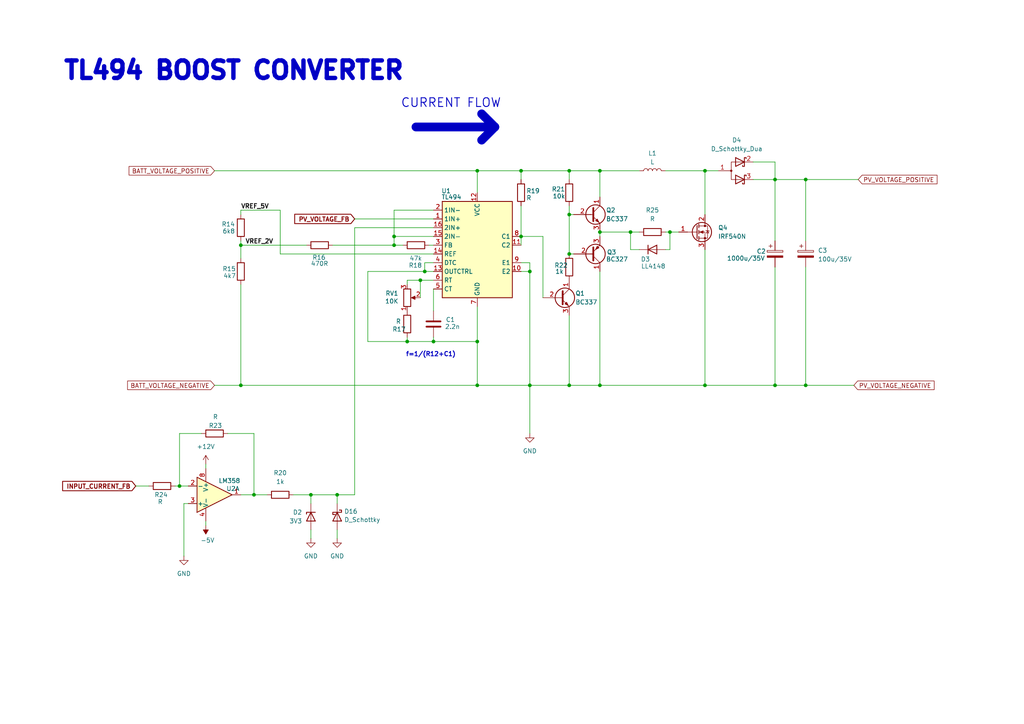
<source format=kicad_sch>
(kicad_sch (version 20231120) (generator "eeschema") (generator_version "8.0")
  (paper "A4")
  (lib_symbols
    (symbol "Amplifier_Operational:LM358" (pin_names (offset 0.127))
      (property "Reference" "U" (at 0 5.08 0))
      (property "Value" "LM358" (at 0 -5.08 0))
      (symbol "LM358_1_1"
        (polyline (pts (xy -5.08 5.08) (xy 5.08 0) (xy -5.08 -5.08) (xy -5.08 5.08)) (stroke (width 0.254)) (fill (type background)))
        (pin output line (at 7.62 0 180) (length 2.54) (name "~") (number "1"))
        (pin input line (at -7.62 -2.54 0) (length 2.54) (name "-") (number "2"))
        (pin input line (at -7.62 2.54 0) (length 2.54) (name "+") (number "3"))
      )
      (symbol "LM358_2_1"
        (polyline (pts (xy -5.08 5.08) (xy 5.08 0) (xy -5.08 -5.08) (xy -5.08 5.08)) (stroke (width 0.254)) (fill (type background)))
        (pin input line (at -7.62 2.54 0) (length 2.54) (name "+") (number "5"))
        (pin input line (at -7.62 -2.54 0) (length 2.54) (name "-") (number "6"))
        (pin output line (at 7.62 0 180) (length 2.54) (name "~") (number "7"))
      )
      (symbol "LM358_3_1"
        (pin power_in line (at -2.54 -7.62 90) (length 3.81) (name "V-") (number "4"))
        (pin power_in line (at -2.54 7.62 270) (length 3.81) (name "V+") (number "8"))
      )
    )
    (symbol "Device:C" (pin_numbers hide) (pin_names (offset 0.254))
      (property "Reference" "C" (at 0.635 2.54 0))
      (property "Value" "C" (at 0.635 -2.54 0))
      (symbol "C_0_1"
        (polyline (pts (xy -2.032 -0.762) (xy 2.032 -0.762)) (stroke (width 0.508)))
        (polyline (pts (xy -2.032 0.762) (xy 2.032 0.762)) (stroke (width 0.508)))
      )
      (symbol "C_1_1"
        (pin passive line (at 0 3.81 270) (length 2.794) (name "~") (number "1"))
        (pin passive line (at 0 -3.81 90) (length 2.794) (name "~") (number "2"))
      )
    )
    (symbol "Device:C_Polarized" (pin_numbers hide) (pin_names (offset 0.254))
      (property "Reference" "C" (at 0.635 2.54 0))
      (property "Value" "C_Polarized" (at 0.635 -2.54 0))
      (symbol "C_Polarized_0_1"
        (rectangle (start -2.286 0.508) (end 2.286 1.016))
        (polyline (pts (xy -1.778 2.286) (xy -0.762 2.286)))
        (polyline (pts (xy -1.27 2.794) (xy -1.27 1.778)))
        (rectangle (start 2.286 -0.508) (end -2.286 -1.016) (fill (type outline)))
      )
      (symbol "C_Polarized_1_1"
        (pin passive line (at 0 3.81 270) (length 2.794) (name "~") (number "1"))
        (pin passive line (at 0 -3.81 90) (length 2.794) (name "~") (number "2"))
      )
    )
    (symbol "Device:D_Schottky" (pin_numbers hide) (pin_names (offset 1.016) hide)
      (property "Reference" "D" (at 0 2.54 0))
      (property "Value" "D_Schottky" (at 0 -2.54 0))
      (symbol "D_Schottky_0_1"
        (polyline (pts (xy 1.27 0) (xy -1.27 0)))
        (polyline (pts (xy 1.27 1.27) (xy 1.27 -1.27) (xy -1.27 0) (xy 1.27 1.27)) (stroke (width 0.254)))
        (polyline (pts (xy -1.905 0.635) (xy -1.905 1.27) (xy -1.27 1.27) (xy -1.27 -1.27) (xy -0.635 -1.27) (xy -0.635 -0.635)) (stroke (width 0.254)))
      )
      (symbol "D_Schottky_1_1"
        (pin passive line (at -3.81 0 0) (length 2.54) (name "K") (number "1"))
        (pin passive line (at 3.81 0 180) (length 2.54) (name "A") (number "2"))
      )
    )
    (symbol "Device:D_Schottky_Dual_CommonAnode_AKK_Parallel" (pin_names (offset 0.762) hide)
      (property "Reference" "D" (at 0 5.08 0))
      (property "Value" "D_Schottky_Dual_CommonAnode_AKK_Parallel" (at 0 -5.08 0))
      (symbol "D_Schottky_Dual_CommonAnode_AKK_Parallel_0_1"
        (circle (center -1.27 0) (radius 0.254) (fill (type outline)))
        (polyline (pts (xy -1.27 0) (xy -2.54 0)))
        (polyline (pts (xy 2.54 2.54) (xy -1.27 2.54) (xy -1.27 -2.54) (xy 2.54 -2.54)))
        (polyline (pts (xy 0 -1.27) (xy 2.54 -2.54) (xy 0 -3.81) (xy 0 -1.27) (xy 0 -1.27) (xy 0 -1.27)) (stroke (width 0.254)))
        (polyline (pts (xy 0 3.81) (xy 2.54 2.54) (xy 0 1.27) (xy 0 3.81) (xy 0 3.81) (xy 0 3.81)) (stroke (width 0.254)))
        (polyline (pts (xy 3.048 -1.524) (xy 3.048 -1.27) (xy 2.54 -1.27) (xy 2.54 -3.81) (xy 2.032 -3.81) (xy 2.032 -3.556)) (stroke (width 0.254)))
        (polyline (pts (xy 3.048 3.556) (xy 3.048 3.81) (xy 2.54 3.81) (xy 2.54 1.27) (xy 2.032 1.27) (xy 2.032 1.524)) (stroke (width 0.254)))
        (pin passive line (at -5.08 0 0) (length 2.54) (name "A") (number "1"))
        (pin passive line (at 5.08 2.54 180) (length 2.54) (name "K") (number "2"))
        (pin passive line (at 5.08 -2.54 180) (length 2.54) (name "K") (number "3"))
      )
    )
    (symbol "Device:D_Zener" (pin_numbers hide) (pin_names (offset 1.016) hide)
      (property "Reference" "D" (at 0 2.54 0))
      (property "Value" "D_Zener" (at 0 -2.54 0))
      (symbol "D_Zener_0_1"
        (polyline (pts (xy 1.27 0) (xy -1.27 0)))
        (polyline (pts (xy -1.27 -1.27) (xy -1.27 1.27) (xy -0.762 1.27)) (stroke (width 0.254)))
        (polyline (pts (xy 1.27 -1.27) (xy 1.27 1.27) (xy -1.27 0) (xy 1.27 -1.27)) (stroke (width 0.254)))
      )
      (symbol "D_Zener_1_1"
        (pin passive line (at -3.81 0 0) (length 2.54) (name "K") (number "1"))
        (pin passive line (at 3.81 0 180) (length 2.54) (name "A") (number "2"))
      )
    )
    (symbol "Device:L" (pin_numbers hide) (pin_names (offset 1.016) hide)
      (property "Reference" "L" (at -1.27 0 90))
      (property "Value" "L" (at 1.905 0 90))
      (symbol "L_0_1"
        (arc (start 0 -2.54) (mid 0.6323 -1.905) (end 0 -1.27))
        (arc (start 0 -1.27) (mid 0.6323 -0.635) (end 0 0))
        (arc (start 0 0) (mid 0.6323 0.635) (end 0 1.27))
        (arc (start 0 1.27) (mid 0.6323 1.905) (end 0 2.54))
      )
      (symbol "L_1_1"
        (pin passive line (at 0 3.81 270) (length 1.27) (name "1") (number "1"))
        (pin passive line (at 0 -3.81 90) (length 1.27) (name "2") (number "2"))
      )
    )
    (symbol "Device:R" (pin_numbers hide) (pin_names (offset 0))
      (property "Reference" "R" (at 2.032 0 90))
      (property "Value" "R" (at 0 0 90))
      (symbol "R_0_1"
        (rectangle (start -1.016 -2.54) (end 1.016 2.54) (stroke (width 0.254)))
      )
      (symbol "R_1_1"
        (pin passive line (at 0 3.81 270) (length 1.27) (name "~") (number "1"))
        (pin passive line (at 0 -3.81 90) (length 1.27) (name "~") (number "2"))
      )
    )
    (symbol "Device:R_Potentiometer" (pin_names (offset 1.016) hide)
      (property "Reference" "RV" (at -4.445 0 90))
      (property "Value" "R_Potentiometer" (at -2.54 0 90))
      (symbol "R_Potentiometer_0_1"
        (polyline (pts (xy 2.54 0) (xy 1.524 0)))
        (polyline (pts (xy 1.143 0) (xy 2.286 0.508) (xy 2.286 -0.508) (xy 1.143 0)) (fill (type outline)))
        (rectangle (start 1.016 2.54) (end -1.016 -2.54) (stroke (width 0.254)))
      )
      (symbol "R_Potentiometer_1_1"
        (pin passive line (at 0 3.81 270) (length 1.27) (name "1") (number "1"))
        (pin passive line (at 3.81 0 180) (length 1.27) (name "2") (number "2"))
        (pin passive line (at 0 -3.81 90) (length 1.27) (name "3") (number "3"))
      )
    )
    (symbol "Diode:LL4148" (pin_numbers hide) (pin_names hide)
      (property "Reference" "D" (at 0 2.54 0))
      (property "Value" "LL4148" (at 0 -2.54 0))
      (symbol "LL4148_0_1"
        (polyline (pts (xy -1.27 1.27) (xy -1.27 -1.27)) (stroke (width 0.254)))
        (polyline (pts (xy 1.27 0) (xy -1.27 0)))
        (polyline (pts (xy 1.27 1.27) (xy 1.27 -1.27) (xy -1.27 0) (xy 1.27 1.27)) (stroke (width 0.254)))
      )
      (symbol "LL4148_1_1"
        (pin passive line (at -3.81 0 0) (length 2.54) (name "K") (number "1"))
        (pin passive line (at 3.81 0 180) (length 2.54) (name "A") (number "2"))
      )
    )
    (symbol "Regulator_Controller:TL494"
      (property "Reference" "U" (at 3.81 19.05 0))
      (property "Value" "TL494" (at 3.81 16.51 0))
      (symbol "TL494_0_1"
        (rectangle (start -10.16 -12.7) (end 10.16 15.24) (stroke (width 0.254)) (fill (type background)))
      )
      (symbol "TL494_1_1"
        (pin input line (at -12.7 10.16 0) (length 2.54) (name "1IN+") (number "1"))
        (pin passive line (at 12.7 -5.08 180) (length 2.54) (name "E2") (number "10"))
        (pin passive line (at 12.7 2.54 180) (length 2.54) (name "C2") (number "11"))
        (pin power_in line (at 0 17.78 270) (length 2.54) (name "VCC") (number "12"))
        (pin input line (at -12.7 -5.08 0) (length 2.54) (name "OUTCTRL") (number "13"))
        (pin power_out line (at -12.7 0 0) (length 2.54) (name "REF") (number "14"))
        (pin input line (at -12.7 5.08 0) (length 2.54) (name "2IN-") (number "15"))
        (pin input line (at -12.7 7.62 0) (length 2.54) (name "2IN+") (number "16"))
        (pin input line (at -12.7 12.7 0) (length 2.54) (name "1IN-") (number "2"))
        (pin output line (at -12.7 2.54 0) (length 2.54) (name "FB") (number "3"))
        (pin input line (at -12.7 -2.54 0) (length 2.54) (name "DTC") (number "4"))
        (pin passive line (at -12.7 -10.16 0) (length 2.54) (name "CT") (number "5"))
        (pin passive line (at -12.7 -7.62 0) (length 2.54) (name "RT") (number "6"))
        (pin power_in line (at 0 -15.24 90) (length 2.54) (name "GND") (number "7"))
        (pin passive line (at 12.7 5.08 180) (length 2.54) (name "C1") (number "8"))
        (pin passive line (at 12.7 -2.54 180) (length 2.54) (name "E1") (number "9"))
      )
    )
    (symbol "Transistor_BJT:BC327" (pin_names (offset 0) hide)
      (property "Reference" "Q" (at 5.08 1.905 0))
      (property "Value" "BC327" (at 5.08 0 0))
      (symbol "BC327_0_1"
        (polyline (pts (xy 0.635 0.635) (xy 2.54 2.54)))
        (polyline (pts (xy 0.635 -0.635) (xy 2.54 -2.54) (xy 2.54 -2.54)))
        (polyline (pts (xy 0.635 1.905) (xy 0.635 -1.905) (xy 0.635 -1.905)) (stroke (width 0.508)))
        (polyline (pts (xy 2.286 -1.778) (xy 1.778 -2.286) (xy 1.27 -1.27) (xy 2.286 -1.778) (xy 2.286 -1.778)) (fill (type outline)))
        (circle (center 1.27 0) (radius 2.8194) (stroke (width 0.254)))
      )
      (symbol "BC327_1_1"
        (pin passive line (at 2.54 5.08 270) (length 2.54) (name "C") (number "1"))
        (pin input line (at -5.08 0 0) (length 5.715) (name "B") (number "2"))
        (pin passive line (at 2.54 -5.08 90) (length 2.54) (name "E") (number "3"))
      )
    )
    (symbol "Transistor_BJT:BC337" (pin_names (offset 0) hide)
      (property "Reference" "Q" (at 5.08 1.905 0))
      (property "Value" "BC337" (at 5.08 0 0))
      (symbol "BC337_0_1"
        (polyline (pts (xy 0 0) (xy 0.635 0)))
        (polyline (pts (xy 0.635 0.635) (xy 2.54 2.54)))
        (polyline (pts (xy 0.635 -0.635) (xy 2.54 -2.54) (xy 2.54 -2.54)))
        (polyline (pts (xy 0.635 1.905) (xy 0.635 -1.905) (xy 0.635 -1.905)) (stroke (width 0.508)))
        (polyline (pts (xy 1.27 -1.778) (xy 1.778 -1.27) (xy 2.286 -2.286) (xy 1.27 -1.778) (xy 1.27 -1.778)) (fill (type outline)))
        (circle (center 1.27 0) (radius 2.8194) (stroke (width 0.254)))
      )
      (symbol "BC337_1_1"
        (pin passive line (at 2.54 5.08 270) (length 2.54) (name "C") (number "1"))
        (pin input line (at -5.08 0 0) (length 5.08) (name "B") (number "2"))
        (pin passive line (at 2.54 -5.08 90) (length 2.54) (name "E") (number "3"))
      )
    )
    (symbol "Transistor_FET:IRF540N" (pin_names hide)
      (property "Reference" "Q" (at 5.08 1.905 0))
      (property "Value" "IRF540N" (at 5.08 0 0))
      (symbol "IRF540N_0_1"
        (polyline (pts (xy 0.254 0) (xy -2.54 0)))
        (polyline (pts (xy 0.254 1.905) (xy 0.254 -1.905)) (stroke (width 0.254)))
        (polyline (pts (xy 0.762 -1.27) (xy 0.762 -2.286)) (stroke (width 0.254)))
        (polyline (pts (xy 0.762 0.508) (xy 0.762 -0.508)) (stroke (width 0.254)))
        (polyline (pts (xy 0.762 2.286) (xy 0.762 1.27)) (stroke (width 0.254)))
        (polyline (pts (xy 2.54 2.54) (xy 2.54 1.778)))
        (polyline (pts (xy 2.54 -2.54) (xy 2.54 0) (xy 0.762 0)))
        (polyline (pts (xy 0.762 -1.778) (xy 3.302 -1.778) (xy 3.302 1.778) (xy 0.762 1.778)))
        (polyline (pts (xy 1.016 0) (xy 2.032 0.381) (xy 2.032 -0.381) (xy 1.016 0)) (fill (type outline)))
        (polyline (pts (xy 2.794 0.508) (xy 2.921 0.381) (xy 3.683 0.381) (xy 3.81 0.254)))
        (polyline (pts (xy 3.302 0.381) (xy 2.921 -0.254) (xy 3.683 -0.254) (xy 3.302 0.381)))
        (circle (center 1.651 0) (radius 2.794) (stroke (width 0.254)))
        (circle (center 2.54 -1.778) (radius 0.254) (fill (type outline)))
        (circle (center 2.54 1.778) (radius 0.254) (fill (type outline)))
      )
      (symbol "IRF540N_1_1"
        (pin input line (at -5.08 0 0) (length 2.54) (name "G") (number "1"))
        (pin passive line (at 2.54 5.08 270) (length 2.54) (name "D") (number "2"))
        (pin passive line (at 2.54 -5.08 90) (length 2.54) (name "S") (number "3"))
      )
    )
    (symbol "power:+12V" (power) (pin_numbers hide) (pin_names (offset 0) hide)
      (property "Value" "+12V" (at 0 3.556 0))
      (symbol "+12V_0_1"
        (polyline (pts (xy -0.762 1.27) (xy 0 2.54)))
        (polyline (pts (xy 0 0) (xy 0 2.54)))
        (polyline (pts (xy 0 2.54) (xy 0.762 1.27)))
      )
      (symbol "+12V_1_1"
        (pin power_in line (at 0 0 90) (length 0) (name "~") (number "1"))
      )
    )
    (symbol "power:-5V" (power) (pin_numbers hide) (pin_names (offset 0) hide)
      (property "Value" "-5V" (at 0 3.556 0))
      (symbol "-5V_0_0"
        (pin power_in line (at 0 0 90) (length 0) (name "~") (number "1"))
      )
      (symbol "-5V_0_1"
        (polyline (pts (xy 0 0) (xy 0 1.27) (xy 0.762 1.27) (xy 0 2.54) (xy -0.762 1.27) (xy 0 1.27)) (fill (type outline)))
      )
    )
    (symbol "power:GND" (power) (pin_numbers hide) (pin_names (offset 0) hide)
      (property "Value" "GND" (at 0 -3.81 0))
      (symbol "GND_0_1"
        (polyline (pts (xy 0 0) (xy 0 -1.27) (xy 1.27 -1.27) (xy 0 -2.54) (xy -1.27 -1.27) (xy 0 -1.27)))
      )
      (symbol "GND_1_1"
        (pin power_in line (at 0 0 270) (length 0) (name "~") (number "1"))
      )
    )
  )
  (junction (at 118.11 99.06))
  (junction (at 153.67 111.76))
  (junction (at 123.19 78.74))
  (junction (at 165.1 62.23))
  (junction (at 90.17 143.51))
  (junction (at 233.68 52.07))
  (junction (at 165.1 111.76))
  (junction (at 125.73 99.06))
  (junction (at 69.85 111.76))
  (junction (at 121.92 81.28))
  (junction (at 224.79 52.07))
  (junction (at 182.88 67.31))
  (junction (at 173.99 67.31))
  (junction (at 73.66 143.51))
  (junction (at 204.47 111.76))
  (junction (at 153.67 78.74))
  (junction (at 151.13 49.53))
  (junction (at 97.79 143.51))
  (junction (at 69.85 71.12))
  (junction (at 165.1 73.66))
  (junction (at 204.47 49.53))
  (junction (at 114.3 68.58))
  (junction (at 151.13 68.58))
  (junction (at 138.43 49.53))
  (junction (at 138.43 111.76))
  (junction (at 173.99 49.53))
  (junction (at 173.99 111.76))
  (junction (at 194.31 67.31))
  (junction (at 138.43 99.06))
  (junction (at 165.1 49.53))
  (junction (at 52.07 140.97))
  (junction (at 114.3 71.12))
  (junction (at 233.68 111.76))
  (junction (at 224.79 111.76))
  (wire (pts (xy 224.79 111.76) (xy 233.68 111.76)))
  (wire (pts (xy 62.23 49.53) (xy 138.43 49.53)))
  (wire (pts (xy 118.11 99.06) (xy 125.73 99.06)))
  (wire (pts (xy 53.34 146.05) (xy 54.61 146.05)))
  (wire (pts (xy 97.79 153.67) (xy 97.79 156.21)))
  (wire (pts (xy 138.43 49.53) (xy 138.43 55.88)))
  (wire (pts (xy 204.47 49.53) (xy 204.47 62.23)))
  (wire (pts (xy 185.42 72.39) (xy 182.88 72.39)))
  (wire (pts (xy 165.1 91.44) (xy 165.1 111.76)))
  (wire (pts (xy 121.92 81.28) (xy 121.92 86.36)))
  (wire (pts (xy 102.87 66.04) (xy 102.87 143.51)))
  (wire (pts (xy 138.43 49.53) (xy 151.13 49.53)))
  (wire (pts (xy 165.1 111.76) (xy 173.99 111.76)))
  (wire (pts (xy 151.13 59.69) (xy 151.13 68.58)))
  (wire (pts (xy 114.3 71.12) (xy 116.84 71.12)))
  (polyline (pts (xy 139.7 33.02) (xy 143.51 36.83)) (stroke (width 2.54)))
  (wire (pts (xy 151.13 68.58) (xy 151.13 71.12)))
  (wire (pts (xy 165.1 73.66) (xy 165.1 62.23)))
  (wire (pts (xy 96.52 71.12) (xy 114.3 71.12)))
  (wire (pts (xy 182.88 72.39) (xy 182.88 67.31)))
  (wire (pts (xy 90.17 153.67) (xy 90.17 156.21)))
  (wire (pts (xy 204.47 49.53) (xy 208.28 49.53)))
  (wire (pts (xy 77.47 143.51) (xy 73.66 143.51)))
  (wire (pts (xy 97.79 143.51) (xy 90.17 143.51)))
  (wire (pts (xy 153.67 76.2) (xy 153.67 78.74)))
  (wire (pts (xy 66.04 125.73) (xy 73.66 125.73)))
  (wire (pts (xy 151.13 49.53) (xy 151.13 52.07)))
  (wire (pts (xy 173.99 67.31) (xy 182.88 67.31)))
  (wire (pts (xy 193.04 72.39) (xy 194.31 72.39)))
  (wire (pts (xy 69.85 71.12) (xy 69.85 74.93)))
  (wire (pts (xy 90.17 143.51) (xy 90.17 146.05)))
  (wire (pts (xy 54.61 140.97) (xy 52.07 140.97)))
  (wire (pts (xy 138.43 99.06) (xy 138.43 111.76)))
  (wire (pts (xy 69.85 82.55) (xy 69.85 111.76)))
  (wire (pts (xy 173.99 57.15) (xy 173.99 49.53)))
  (wire (pts (xy 62.23 111.76) (xy 69.85 111.76)))
  (wire (pts (xy 39.37 140.97) (xy 43.18 140.97)))
  (wire (pts (xy 118.11 81.28) (xy 121.92 81.28)))
  (polyline (pts (xy 139.7 40.64) (xy 143.51 36.83)) (stroke (width 2.54)))
  (wire (pts (xy 204.47 72.39) (xy 204.47 111.76)))
  (wire (pts (xy 125.73 83.82) (xy 125.73 90.17)))
  (wire (pts (xy 233.68 52.07) (xy 248.92 52.07)))
  (wire (pts (xy 125.73 81.28) (xy 121.92 81.28)))
  (wire (pts (xy 102.87 66.04) (xy 125.73 66.04)))
  (wire (pts (xy 151.13 76.2) (xy 153.67 76.2)))
  (wire (pts (xy 124.46 71.12) (xy 125.73 71.12)))
  (wire (pts (xy 102.87 63.5) (xy 125.73 63.5)))
  (wire (pts (xy 218.44 52.07) (xy 224.79 52.07)))
  (wire (pts (xy 73.66 143.51) (xy 69.85 143.51)))
  (wire (pts (xy 218.44 46.99) (xy 224.79 46.99)))
  (wire (pts (xy 85.09 143.51) (xy 90.17 143.51)))
  (wire (pts (xy 125.73 60.96) (xy 114.3 60.96)))
  (wire (pts (xy 193.04 67.31) (xy 194.31 67.31)))
  (wire (pts (xy 81.28 73.66) (xy 125.73 73.66)))
  (wire (pts (xy 114.3 71.12) (xy 114.3 68.58)))
  (wire (pts (xy 233.68 77.47) (xy 233.68 111.76)))
  (wire (pts (xy 123.19 76.2) (xy 123.19 78.74)))
  (wire (pts (xy 69.85 60.96) (xy 69.85 62.23)))
  (wire (pts (xy 204.47 111.76) (xy 224.79 111.76)))
  (wire (pts (xy 125.73 68.58) (xy 114.3 68.58)))
  (wire (pts (xy 173.99 67.31) (xy 173.99 68.58)))
  (wire (pts (xy 69.85 69.85) (xy 69.85 71.12)))
  (wire (pts (xy 106.68 78.74) (xy 106.68 99.06)))
  (wire (pts (xy 118.11 97.79) (xy 118.11 99.06)))
  (wire (pts (xy 173.99 49.53) (xy 185.42 49.53)))
  (wire (pts (xy 153.67 78.74) (xy 153.67 111.76)))
  (wire (pts (xy 157.48 86.36) (xy 157.48 68.58)))
  (wire (pts (xy 58.42 125.73) (xy 52.07 125.73)))
  (wire (pts (xy 194.31 72.39) (xy 194.31 67.31)))
  (wire (pts (xy 153.67 111.76) (xy 165.1 111.76)))
  (wire (pts (xy 165.1 49.53) (xy 173.99 49.53)))
  (wire (pts (xy 173.99 78.74) (xy 173.99 111.76)))
  (wire (pts (xy 138.43 88.9) (xy 138.43 99.06)))
  (wire (pts (xy 224.79 77.47) (xy 224.79 111.76)))
  (wire (pts (xy 81.28 73.66) (xy 81.28 60.96)))
  (wire (pts (xy 193.04 49.53) (xy 204.47 49.53)))
  (wire (pts (xy 151.13 78.74) (xy 153.67 78.74)))
  (wire (pts (xy 69.85 60.96) (xy 81.28 60.96)))
  (wire (pts (xy 157.48 68.58) (xy 151.13 68.58)))
  (wire (pts (xy 233.68 52.07) (xy 233.68 69.85)))
  (wire (pts (xy 151.13 49.53) (xy 165.1 49.53)))
  (wire (pts (xy 52.07 140.97) (xy 50.8 140.97)))
  (wire (pts (xy 59.69 151.13) (xy 59.69 152.4)))
  (wire (pts (xy 153.67 125.73) (xy 153.67 111.76)))
  (wire (pts (xy 125.73 76.2) (xy 123.19 76.2)))
  (wire (pts (xy 224.79 46.99) (xy 224.79 52.07)))
  (wire (pts (xy 69.85 111.76) (xy 138.43 111.76)))
  (wire (pts (xy 106.68 99.06) (xy 118.11 99.06)))
  (wire (pts (xy 123.19 78.74) (xy 106.68 78.74)))
  (wire (pts (xy 165.1 62.23) (xy 166.37 62.23)))
  (wire (pts (xy 233.68 111.76) (xy 247.65 111.76)))
  (wire (pts (xy 53.34 161.29) (xy 53.34 146.05)))
  (wire (pts (xy 166.37 73.66) (xy 165.1 73.66)))
  (wire (pts (xy 73.66 143.51) (xy 73.66 125.73)))
  (wire (pts (xy 224.79 52.07) (xy 224.79 69.85)))
  (wire (pts (xy 52.07 140.97) (xy 52.07 125.73)))
  (wire (pts (xy 118.11 81.28) (xy 118.11 82.55)))
  (wire (pts (xy 59.69 134.62) (xy 59.69 135.89)))
  (wire (pts (xy 173.99 111.76) (xy 204.47 111.76)))
  (wire (pts (xy 125.73 78.74) (xy 123.19 78.74)))
  (wire (pts (xy 97.79 143.51) (xy 97.79 146.05)))
  (wire (pts (xy 224.79 52.07) (xy 233.68 52.07)))
  (wire (pts (xy 125.73 99.06) (xy 138.43 99.06)))
  (wire (pts (xy 125.73 97.79) (xy 125.73 99.06)))
  (wire (pts (xy 102.87 143.51) (xy 97.79 143.51)))
  (wire (pts (xy 138.43 111.76) (xy 153.67 111.76)))
  (polyline (pts (xy 120.65 36.83) (xy 143.51 36.83)) (stroke (width 2.54)))
  (wire (pts (xy 165.1 59.69) (xy 165.1 62.23)))
  (wire (pts (xy 114.3 60.96) (xy 114.3 68.58)))
  (wire (pts (xy 182.88 67.31) (xy 185.42 67.31)))
  (wire (pts (xy 194.31 67.31) (xy 196.85 67.31)))
  (wire (pts (xy 69.85 71.12) (xy 88.9 71.12)))
  (wire (pts (xy 165.1 49.53) (xy 165.1 52.07)))
  (text "f=1/(R12+C1)" (at 124.968 102.87 0) (effects (font (size 1.27 1.27) (thickness 0.254) (bold yes))))
  (text "TL494 BOOST CONVERTER\n" (at 67.818 20.574 0) (effects (font (size 5.08 5.08) (thickness 1.524) (bold yes))))
  (text "CURRENT FLOW" (at 130.81 29.972 0) (effects (font (size 2.54 2.54) (thickness 0.254) (bold yes))))
  (label "VREF_2V" (at 71.12 71.12 0) (effects (font (bold yes))))
  (label "VREF_5V" (at 69.85 60.96 0) (effects (font (bold yes))))
  (global_label "PV_VOLTAGE_FB" (shape input) (at 102.87 63.5 180) (effects (font (bold yes))) (property "Intersheetrefs" "${INTERSHEET_REFS}" (effects (hide yes))))
  (global_label "PV_VOLTAGE_NEGATIVE" (shape input) (at 247.65 111.76 0) (property "Intersheetrefs" "${INTERSHEET_REFS}" (effects (hide yes))))
  (global_label "BATT_VOLTAGE_POSITIVE" (shape input) (at 62.23 49.53 180) (property "Intersheetrefs" "${INTERSHEET_REFS}" (effects (hide yes))))
  (global_label "INPUT_CURRENT_FB" (shape input) (at 39.37 140.97 180) (effects (font (bold yes))) (property "Intersheetrefs" "${INTERSHEET_REFS}" (effects (hide yes))))
  (global_label "BATT_VOLTAGE_NEGATIVE" (shape input) (at 62.23 111.76 180) (property "Intersheetrefs" "${INTERSHEET_REFS}" (effects (hide yes))))
  (global_label "PV_VOLTAGE_POSITIVE" (shape input) (at 248.92 52.07 0) (property "Intersheetrefs" "${INTERSHEET_REFS}" (effects (hide yes))))
  (symbol (lib_id "Device:R") (at 120.65 71.12 90) (unit 1)
    (property "Reference" "R18" (at 122.428 76.962 90) (effects (justify left)))
    (property "Value" "47k" (at 122.428 74.93 90) (effects (justify left)))
    (property "Footprint" "Resistor_SMD:R_0805_2012Metric" (effects (hide yes)))
    (property "Description" "Resistor" (effects (hide yes)))
  )
  (symbol (lib_id "power:GND") (at 97.79 156.21 0) (unit 1)
    (property "Reference" "#PWR044" (effects (hide yes)))
    (property "Value" "GND" (at 97.79 161.29 0))
    (property "Description" "Power symbol creates a global label with name \"GND\" , ground" (effects (hide yes)))
  )
  (symbol (lib_id "Device:R") (at 69.85 66.04 0) (unit 1)
    (property "Reference" "R14" (at 64.262 65.024 0) (effects (justify left)))
    (property "Value" "6k8" (at 64.516 67.056 0) (effects (justify left)))
    (property "Footprint" "Resistor_SMD:R_0805_2012Metric" (effects (hide yes)))
    (property "Description" "Resistor" (effects (hide yes)))
  )
  (symbol (lib_id "Device:R") (at 81.28 143.51 270) (mirror x) (unit 1)
    (property "Reference" "R20" (at 81.28 137.16 90))
    (property "Value" "1k" (at 81.28 139.7 90))
    (property "Footprint" "Resistor_SMD:R_0805_2012Metric" (effects (hide yes)))
    (property "Description" "Resistor" (effects (hide yes)))
  )
  (symbol (lib_id "Device:R") (at 151.13 55.88 0) (unit 1)
    (property "Reference" "R19" (at 152.654 55.372 0) (effects (justify left)))
    (property "Value" "R" (at 152.654 57.404 0) (effects (justify left)))
    (property "Footprint" "Resistor_SMD:R_0805_2012Metric" (effects (hide yes)))
    (property "Description" "Resistor" (effects (hide yes)))
  )
  (symbol (lib_id "Transistor_BJT:BC337") (at 171.45 62.23 0) (unit 1)
    (property "Reference" "Q2" (at 175.768 60.96 0) (effects (justify left)))
    (property "Value" "BC337" (at 175.768 63.5 0) (effects (justify left)))
    (property "Footprint" "Package_TO_SOT_THT:TO-92_Inline" (effects (hide yes)))
    (property "Datasheet" "https://diotec.com/tl_files/diotec/files/pdf/datasheets/bc337.pdf" (effects (hide yes)))
    (property "Description" "0.8A Ic, 45V Vce, NPN Transistor, TO-92" (effects (hide yes)))
  )
  (symbol (lib_id "power:GND") (at 153.67 125.73 0) (unit 1)
    (property "Reference" "#PWR037" (effects (hide yes)))
    (property "Value" "GND" (at 153.67 130.81 0))
    (property "Description" "Power symbol creates a global label with name \"GND\" , ground" (effects (hide yes)))
  )
  (symbol (lib_id "Device:C_Polarized") (at 224.79 73.66 0) (unit 1)
    (property "Reference" "C2" (at 219.456 72.898 0) (effects (justify left)))
    (property "Value" "1000u/35V" (at 210.82 74.93 0) (effects (justify left)))
    (property "Description" "Polarized capacitor" (effects (hide yes)))
  )
  (symbol (lib_id "Device:R") (at 69.85 78.74 0) (unit 1)
    (property "Reference" "R15" (at 64.516 77.978 0) (effects (justify left)))
    (property "Value" "4k7" (at 64.77 80.01 0) (effects (justify left)))
    (property "Footprint" "Resistor_SMD:R_0805_2012Metric" (effects (hide yes)))
    (property "Description" "Resistor" (effects (hide yes)))
  )
  (symbol (lib_id "Device:L") (at 189.23 49.53 90) (unit 1)
    (property "Reference" "L1" (at 189.23 44.45 90))
    (property "Value" "L" (at 189.23 46.99 90))
    (property "Description" "Inductor" (effects (hide yes)))
  )
  (symbol (lib_id "Device:D_Zener") (at 90.17 149.86 90) (mirror x) (unit 1)
    (property "Reference" "D2" (at 87.63 148.5899 90) (effects (justify left)))
    (property "Value" "3V3" (at 87.63 151.1299 90) (effects (justify left)))
    (property "Description" "Zener diode" (effects (hide yes)))
  )
  (symbol (lib_id "Amplifier_Operational:LM358") (at 62.23 143.51 0) (mirror x) (unit 1)
    (property "Reference" "U2" (at 67.564 141.732 0))
    (property "Value" "LM358" (at 66.548 139.446 0))
    (property "Datasheet" "http://www.ti.com/lit/ds/symlink/lm2904-n.pdf" (effects (hide yes)))
    (property "Description" "Low-Power, Dual Operational Amplifiers, DIP-8/SOIC-8/TO-99-8" (effects (hide yes)))
  )
  (symbol (lib_id "Device:R") (at 189.23 67.31 90) (unit 1)
    (property "Reference" "R25" (at 189.23 60.96 90))
    (property "Value" "R" (at 189.23 63.5 90))
    (property "Footprint" "Resistor_SMD:R_0805_2012Metric" (effects (hide yes)))
    (property "Description" "Resistor" (effects (hide yes)))
  )
  (symbol (lib_id "power:+12V") (at 59.69 134.62 0) (mirror y) (unit 1)
    (property "Reference" "#PWR038" (effects (hide yes)))
    (property "Value" "+12V" (at 59.69 129.54 0))
    (property "Description" "Power symbol creates a global label with name \"+12V\"" (effects (hide yes)))
  )
  (symbol (lib_id "Transistor_BJT:BC327") (at 171.45 73.66 0) (mirror x) (unit 1)
    (property "Reference" "Q3" (at 176.022 73.152 0) (effects (justify left)))
    (property "Value" "BC327" (at 175.768 75.184 0) (effects (justify left)))
    (property "Footprint" "Package_TO_SOT_THT:TO-92_Inline" (effects (hide yes)))
    (property "Datasheet" "http://www.onsemi.com/pub_link/Collateral/BC327-D.PDF" (effects (hide yes)))
    (property "Description" "0.8A Ic, 45V Vce, PNP Transistor, TO-92" (effects (hide yes)))
  )
  (symbol (lib_id "Device:R") (at 92.71 71.12 90) (unit 1)
    (property "Reference" "R16" (at 94.488 74.676 90) (effects (justify left)))
    (property "Value" "470R" (at 95.25 76.454 90) (effects (justify left)))
    (property "Footprint" "Resistor_SMD:R_0805_2012Metric" (effects (hide yes)))
    (property "Description" "Resistor" (effects (hide yes)))
  )
  (symbol (lib_id "Device:R") (at 165.1 55.88 0) (unit 1)
    (property "Reference" "R21" (at 160.02 54.864 0) (effects (justify left)))
    (property "Value" "10k" (at 160.274 56.896 0) (effects (justify left)))
    (property "Footprint" "Resistor_SMD:R_0805_2012Metric" (effects (hide yes)))
    (property "Description" "Resistor" (effects (hide yes)))
  )
  (symbol (lib_id "Device:C") (at 125.73 93.98 0) (unit 1)
    (property "Reference" "C1" (at 129.286 92.71 0) (effects (justify left)))
    (property "Value" "2.2n" (at 129.032 94.742 0) (effects (justify left)))
    (property "Description" "Unpolarized capacitor" (effects (hide yes)))
  )
  (symbol (lib_id "Regulator_Controller:TL494") (at 138.43 73.66 0) (unit 1)
    (property "Reference" "U1" (at 128.016 55.372 0) (effects (justify left)))
    (property "Value" "TL494" (at 128.016 57.15 0) (effects (justify left)))
    (property "Datasheet" "http://www.ti.com/lit/ds/symlink/tl494.pdf" (effects (hide yes)))
    (property "Description" "Pulse-Width-Modulation Control Circuits, PDIP-16/SOIC-16/TSSOP-16" (effects (hide yes)))
  )
  (symbol (lib_id "Device:R") (at 62.23 125.73 90) (mirror x) (unit 1)
    (property "Reference" "R23" (at 62.484 123.444 90))
    (property "Value" "R" (at 62.484 120.904 90))
    (property "Footprint" "Resistor_SMD:R_0805_2012Metric" (effects (hide yes)))
    (property "Description" "Resistor" (effects (hide yes)))
  )
  (symbol (lib_id "Device:D_Schottky") (at 97.79 149.86 270) (unit 1)
    (property "Reference" "D16" (at 99.822 148.3303 90) (effects (justify left)))
    (property "Value" "D_Schottky" (at 99.822 150.7546 90) (effects (justify left)))
    (property "Description" "Schottky diode" (effects (hide yes)))
  )
  (symbol (lib_id "Device:R") (at 165.1 77.47 0) (unit 1)
    (property "Reference" "R22" (at 160.782 76.962 0) (effects (justify left)))
    (property "Value" "1k" (at 161.036 78.74 0) (effects (justify left)))
    (property "Footprint" "Resistor_SMD:R_0805_2012Metric" (effects (hide yes)))
    (property "Description" "Resistor" (effects (hide yes)))
  )
  (symbol (lib_id "Transistor_BJT:BC337") (at 162.56 86.36 0) (unit 1)
    (property "Reference" "Q1" (at 166.878 85.09 0) (effects (justify left)))
    (property "Value" "BC337" (at 166.878 87.63 0) (effects (justify left)))
    (property "Footprint" "Package_TO_SOT_THT:TO-92_Inline" (effects (hide yes)))
    (property "Datasheet" "https://diotec.com/tl_files/diotec/files/pdf/datasheets/bc337.pdf" (effects (hide yes)))
    (property "Description" "0.8A Ic, 45V Vce, NPN Transistor, TO-92" (effects (hide yes)))
  )
  (symbol (lib_id "Device:C_Polarized") (at 233.68 73.66 0) (unit 1)
    (property "Reference" "C3" (at 237.236 72.644 0) (effects (justify left)))
    (property "Value" "100u/35V" (at 237.236 75.184 0) (effects (justify left)))
    (property "Description" "Polarized capacitor" (effects (hide yes)))
  )
  (symbol (lib_id "power:GND") (at 53.34 161.29 0) (unit 1)
    (property "Reference" "#PWR042" (effects (hide yes)))
    (property "Value" "GND" (at 53.34 166.37 0))
    (property "Description" "Power symbol creates a global label with name \"GND\" , ground" (effects (hide yes)))
  )
  (symbol (lib_id "Device:R") (at 118.11 93.98 0) (unit 1)
    (property "Reference" "R17" (at 113.792 95.504 0) (effects (justify left)))
    (property "Value" "R" (at 114.808 93.218 0) (effects (justify left)))
    (property "Footprint" "Resistor_SMD:R_0805_2012Metric" (effects (hide yes)))
    (property "Description" "Resistor" (effects (hide yes)))
  )
  (symbol (lib_id "Device:D_Schottky_Dual_CommonAnode_AKK_Parallel") (at 213.36 49.53 0) (unit 1)
    (property "Reference" "D4" (at 213.6775 40.64 0))
    (property "Value" "D_Schottky_Dua" (at 213.6775 43.18 0))
    (property "Description" "Dual Schottky diode, common anode on pin 1" (effects (hide yes)))
  )
  (symbol (lib_id "Diode:LL4148") (at 189.23 72.39 0) (unit 1)
    (property "Reference" "D3" (at 187.198 75.184 0))
    (property "Value" "LL4148" (at 189.484 77.216 0))
    (property "Footprint" "Diode_SMD:D_MiniMELF" (effects (hide yes)))
    (property "Datasheet" "http://www.vishay.com/docs/85557/ll4148.pdf" (effects (hide yes)))
    (property "Description" "100V 0.15A standard switching diode, MiniMELF" (effects (hide yes)))
    (property "Sim.Device" "D" (effects (hide yes)))
    (property "Sim.Pins" "1=K 2=A" (effects (hide yes)))
  )
  (symbol (lib_id "power:GND") (at 90.17 156.21 0) (unit 1)
    (property "Reference" "#PWR06" (effects (hide yes)))
    (property "Value" "GND" (at 90.17 161.29 0))
    (property "Description" "Power symbol creates a global label with name \"GND\" , ground" (effects (hide yes)))
  )
  (symbol (lib_id "Transistor_FET:IRF540N") (at 201.93 67.31 0) (unit 1)
    (property "Reference" "Q4" (at 208.28 66.0399 0) (effects (justify left)))
    (property "Value" "IRF540N" (at 208.28 68.5799 0) (effects (justify left)))
    (property "Footprint" "Package_TO_SOT_THT:TO-220-3_Vertical" (effects (hide yes)))
    (property "Datasheet" "http://www.irf.com/product-info/datasheets/data/irf540n.pdf" (effects (hide yes)))
    (property "Description" "33A Id, 100V Vds, HEXFET N-Channel MOSFET, TO-220" (effects (hide yes)))
  )
  (symbol (lib_id "Device:R_Potentiometer") (at 118.11 86.36 0) (mirror x) (unit 1)
    (property "Reference" "RV1" (at 115.57 85.0899 0) (effects (justify right)))
    (property "Value" "10K" (at 115.57 87.376 0) (effects (justify right)))
    (property "Description" "Potentiometer" (effects (hide yes)))
  )
  (symbol (lib_id "Device:R") (at 46.99 140.97 270) (mirror x) (unit 1)
    (property "Reference" "R24" (at 46.736 143.51 90))
    (property "Value" "R" (at 46.482 145.542 90))
    (property "Footprint" "Resistor_SMD:R_0805_2012Metric" (effects (hide yes)))
    (property "Description" "Resistor" (effects (hide yes)))
  )
  (symbol (lib_id "power:-5V") (at 59.69 152.4 0) (mirror x) (unit 1)
    (property "Reference" "#PWR07" (effects (hide yes)))
    (property "Value" "-5V" (at 60.198 156.718 0))
    (property "Description" "Power symbol creates a global label with name \"-5V\"" (effects (hide yes)))
  )
  (symbol (lib_id "Amplifier_Operational:LM358") (at 57.15 143.51 0) (mirror y) (unit 3)
    (property "Reference" "U2" (effects (hide yes)))
    (property "Value" "LM358" (effects (hide yes)))
    (property "Datasheet" "http://www.ti.com/lit/ds/symlink/lm2904-n.pdf" (effects (hide yes)))
    (property "Description" "Low-Power, Dual Operational Amplifiers, DIP-8/SOIC-8/TO-99-8" (effects (hide yes)))
  )
)
</source>
